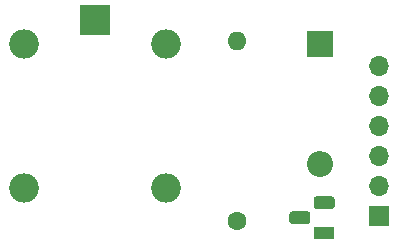
<source format=gbr>
%TF.GenerationSoftware,KiCad,Pcbnew,(5.1.9)-1*%
%TF.CreationDate,2021-08-19T10:12:21-05:00*%
%TF.ProjectId,rele,72656c65-2e6b-4696-9361-645f70636258,rev?*%
%TF.SameCoordinates,Original*%
%TF.FileFunction,Soldermask,Bot*%
%TF.FilePolarity,Negative*%
%FSLAX46Y46*%
G04 Gerber Fmt 4.6, Leading zero omitted, Abs format (unit mm)*
G04 Created by KiCad (PCBNEW (5.1.9)-1) date 2021-08-19 10:12:21*
%MOMM*%
%LPD*%
G01*
G04 APERTURE LIST*
%ADD10O,2.500000X2.500000*%
%ADD11R,2.500000X2.500000*%
%ADD12O,1.700000X1.700000*%
%ADD13R,1.700000X1.700000*%
%ADD14R,1.800000X1.100000*%
%ADD15O,1.600000X1.600000*%
%ADD16C,1.600000*%
%ADD17O,2.200000X2.200000*%
%ADD18R,2.200000X2.200000*%
G04 APERTURE END LIST*
D10*
%TO.C,K1*%
X115000000Y-70000000D03*
X115000000Y-82200000D03*
X103000000Y-82200000D03*
X103000000Y-70000000D03*
D11*
X109000000Y-68000000D03*
%TD*%
D12*
%TO.C,J1*%
X133000000Y-71920000D03*
X133000000Y-74460000D03*
X133000000Y-77000000D03*
X133000000Y-79540000D03*
X133000000Y-82080000D03*
D13*
X133000000Y-84620000D03*
%TD*%
D14*
%TO.C,Q1*%
X128400000Y-86000000D03*
G36*
G01*
X129025000Y-84010000D02*
X127775000Y-84010000D01*
G75*
G02*
X127500000Y-83735000I0J275000D01*
G01*
X127500000Y-83185000D01*
G75*
G02*
X127775000Y-82910000I275000J0D01*
G01*
X129025000Y-82910000D01*
G75*
G02*
X129300000Y-83185000I0J-275000D01*
G01*
X129300000Y-83735000D01*
G75*
G02*
X129025000Y-84010000I-275000J0D01*
G01*
G37*
G36*
G01*
X126955000Y-85280000D02*
X125705000Y-85280000D01*
G75*
G02*
X125430000Y-85005000I0J275000D01*
G01*
X125430000Y-84455000D01*
G75*
G02*
X125705000Y-84180000I275000J0D01*
G01*
X126955000Y-84180000D01*
G75*
G02*
X127230000Y-84455000I0J-275000D01*
G01*
X127230000Y-85005000D01*
G75*
G02*
X126955000Y-85280000I-275000J0D01*
G01*
G37*
%TD*%
D15*
%TO.C,R1*%
X121000000Y-69760000D03*
D16*
X121000000Y-85000000D03*
%TD*%
D17*
%TO.C,D1*%
X128000000Y-80160000D03*
D18*
X128000000Y-70000000D03*
%TD*%
M02*

</source>
